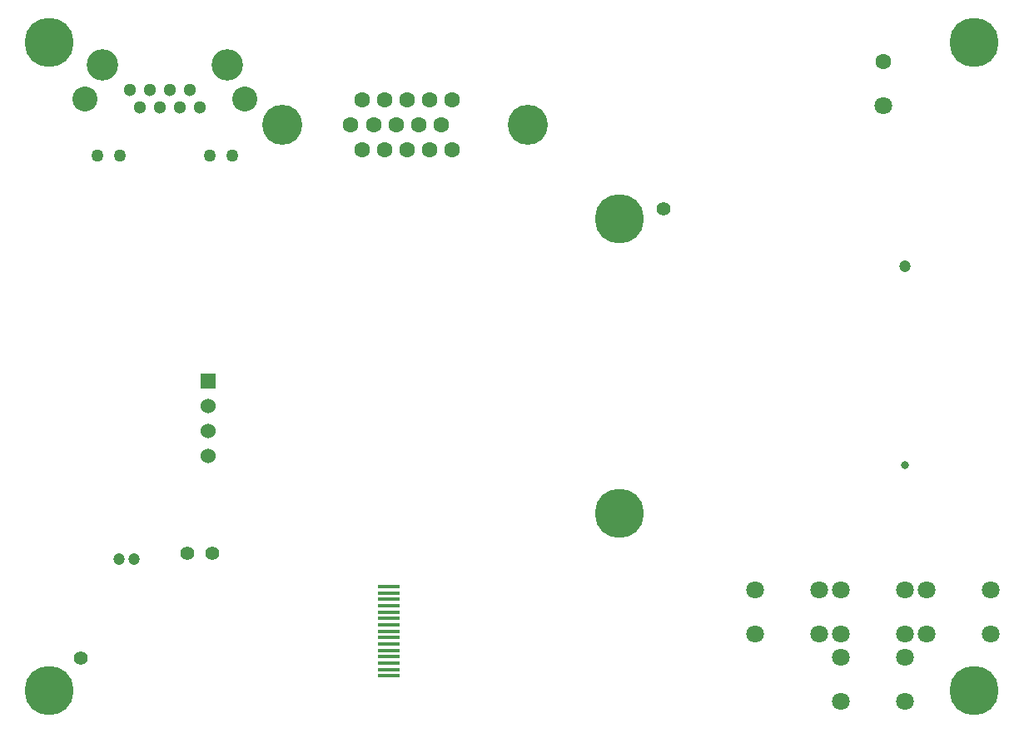
<source format=gbs>
G04 (created by PCBNEW (2013-mar-13)-stable) date Fri 20 Nov 2015 04:23:37 PM CET*
%MOIN*%
G04 Gerber Fmt 3.4, Leading zero omitted, Abs format*
%FSLAX34Y34*%
G01*
G70*
G90*
G04 APERTURE LIST*
%ADD10C,0.005906*%
%ADD11C,0.196850*%
%ADD12C,0.051181*%
%ADD13C,0.125984*%
%ADD14C,0.100000*%
%ADD15C,0.050000*%
%ADD16C,0.160000*%
%ADD17C,0.063000*%
%ADD18R,0.086614X0.015748*%
%ADD19C,0.062992*%
%ADD20C,0.070866*%
%ADD21C,0.055100*%
%ADD22R,0.060000X0.060000*%
%ADD23C,0.060000*%
%ADD24C,0.047244*%
%ADD25C,0.031496*%
%ADD26C,0.070900*%
%ADD27C,0.047200*%
G04 APERTURE END LIST*
G54D10*
G54D11*
X40531Y-20885D03*
X77566Y-20885D03*
X40531Y-46881D03*
X77566Y-46881D03*
G54D12*
X44570Y-22810D03*
X45775Y-23510D03*
X44972Y-23510D03*
X43767Y-22810D03*
X44169Y-23510D03*
X45374Y-22810D03*
X46578Y-23510D03*
X46177Y-22810D03*
G54D13*
X47673Y-21810D03*
X42673Y-21810D03*
G54D14*
X48374Y-23160D03*
X41972Y-23160D03*
G54D15*
X47874Y-25424D03*
X46972Y-25424D03*
X43374Y-25424D03*
X42472Y-25424D03*
G54D16*
X49854Y-24190D03*
X59696Y-24190D03*
G54D17*
X56677Y-23190D03*
X56226Y-24190D03*
X55775Y-23190D03*
X54874Y-23190D03*
X53972Y-23190D03*
X53070Y-23190D03*
X55324Y-24190D03*
X54423Y-24190D03*
X53521Y-24190D03*
X52620Y-24190D03*
X56677Y-25190D03*
X55775Y-25190D03*
X54874Y-25190D03*
X53972Y-25190D03*
X53070Y-25190D03*
G54D18*
X54129Y-46279D03*
X54129Y-46023D03*
X54129Y-45767D03*
X54129Y-45511D03*
X54129Y-45255D03*
X54129Y-45000D03*
X54129Y-44744D03*
X54129Y-44488D03*
X54129Y-44232D03*
X54129Y-43976D03*
X54129Y-43720D03*
X54129Y-43464D03*
X54129Y-43208D03*
X54129Y-42952D03*
X54129Y-42696D03*
G54D19*
X73950Y-21660D03*
G54D20*
X73950Y-23431D03*
G54D21*
X47060Y-41360D03*
X46060Y-41360D03*
X41820Y-45570D03*
G54D22*
X46920Y-34480D03*
G54D23*
X46920Y-35480D03*
X46920Y-36480D03*
X46920Y-37480D03*
G54D24*
X74803Y-29881D03*
G54D25*
X74803Y-37834D03*
G54D11*
X63385Y-39763D03*
X63385Y-27952D03*
G54D21*
X65140Y-27560D03*
G54D26*
X71370Y-44606D03*
X68810Y-44606D03*
X71370Y-42834D03*
X68810Y-42834D03*
X74800Y-44606D03*
X72240Y-44606D03*
X74800Y-42834D03*
X72240Y-42834D03*
X78230Y-44606D03*
X75670Y-44606D03*
X78230Y-42834D03*
X75670Y-42834D03*
X74800Y-47306D03*
X72240Y-47306D03*
X74800Y-45534D03*
X72240Y-45534D03*
G54D27*
X43350Y-41590D03*
X43940Y-41590D03*
M02*

</source>
